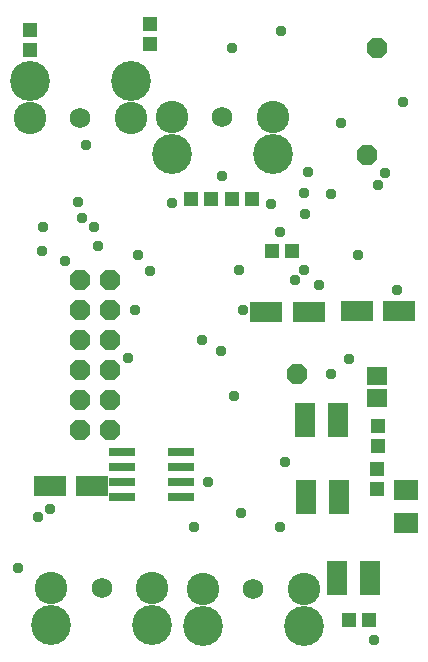
<source format=gbr>
G04 EAGLE Gerber RS-274X export*
G04 #@! %TF.Part,Single*
G04 #@! %TF.FileFunction,Soldermask,Top,1*
G04 #@! %TF.FilePolarity,Negative*
G04 #@! %TF.GenerationSoftware,Autodesk,EAGLE,9.1.0*
G04 #@! %TF.CreationDate,2018-07-26T08:16:40Z*
G75*
%MOMM*%
%FSLAX34Y34*%
%LPD*%
%AMOC8*
5,1,8,0,0,1.08239X$1,22.5*%
G01*
%ADD10R,2.171700X0.802300*%
%ADD11R,1.803200X2.903200*%
%ADD12R,1.703200X1.503200*%
%ADD13R,1.303200X1.203200*%
%ADD14R,1.203200X1.303200*%
%ADD15R,2.803200X1.803200*%
%ADD16R,2.003200X1.803200*%
%ADD17P,1.869504X8X202.500000*%
%ADD18P,1.869504X8X22.500000*%
%ADD19P,1.869504X8X112.500000*%
%ADD20C,1.727200*%
%ADD21C,2.743200*%
%ADD22C,3.378200*%
%ADD23C,0.959600*%


D10*
X105889Y294804D03*
X105889Y282104D03*
X105889Y269404D03*
X105889Y256704D03*
X155357Y256704D03*
X155357Y269404D03*
X155357Y282104D03*
X155357Y294804D03*
D11*
X288625Y321501D03*
X260625Y321501D03*
D12*
X321064Y340392D03*
X321064Y359392D03*
D13*
X314894Y152742D03*
X297894Y152742D03*
D11*
X288911Y256934D03*
X260911Y256934D03*
D14*
X128800Y657385D03*
X128800Y640385D03*
D15*
X304414Y414406D03*
X340414Y414406D03*
X44226Y265617D03*
X80226Y265617D03*
D14*
X321749Y263527D03*
X321749Y280527D03*
D15*
X263730Y413378D03*
X227730Y413378D03*
D13*
X232227Y464612D03*
X249227Y464612D03*
D16*
X345869Y262940D03*
X345869Y234940D03*
D14*
X322089Y300171D03*
X322089Y317171D03*
D11*
X315170Y188514D03*
X287170Y188514D03*
D17*
X253531Y361032D03*
D18*
X313223Y546662D03*
X320969Y636427D03*
D19*
X69519Y313352D03*
X69519Y338752D03*
X69519Y364152D03*
X69519Y389552D03*
X69519Y414952D03*
X69519Y440352D03*
X94919Y313352D03*
X94919Y338752D03*
X94919Y364152D03*
X94919Y389552D03*
X94919Y414952D03*
X94919Y440352D03*
D14*
X198600Y508792D03*
X215600Y508792D03*
X163585Y508848D03*
X180585Y508848D03*
D13*
X27273Y652480D03*
X27273Y635480D03*
D20*
X70262Y577677D03*
D21*
X112807Y577677D03*
X27717Y577677D03*
D22*
X112807Y609173D03*
X27717Y609173D03*
D20*
X88293Y179683D03*
D21*
X45748Y179683D03*
X130838Y179683D03*
D22*
X45748Y148187D03*
X130838Y148187D03*
D20*
X190433Y578705D03*
D21*
X147888Y578705D03*
X232978Y578705D03*
D22*
X147888Y547209D03*
X232978Y547209D03*
D20*
X216814Y178725D03*
D21*
X174269Y178725D03*
X259359Y178725D03*
D22*
X174269Y147229D03*
X259359Y147229D03*
D23*
X116722Y414751D03*
X208069Y414665D03*
X205872Y242838D03*
X260149Y496524D03*
X282164Y513067D03*
X198767Y637194D03*
X118619Y461698D03*
X297365Y373760D03*
X243676Y286033D03*
X34098Y240088D03*
X319071Y135672D03*
X337971Y432346D03*
X291183Y573259D03*
X190530Y528574D03*
X263110Y532237D03*
X147829Y505814D03*
X240487Y651549D03*
X239361Y481123D03*
X259424Y513741D03*
X75272Y555102D03*
X71971Y492699D03*
X282706Y360896D03*
X251551Y440356D03*
X177949Y269526D03*
X173055Y389783D03*
X200161Y341934D03*
X189318Y380213D03*
X110232Y374152D03*
X38340Y485439D03*
X81792Y485499D03*
X85336Y469187D03*
X37953Y464757D03*
X68648Y506215D03*
X17299Y196411D03*
X56891Y456674D03*
X129167Y448222D03*
X204413Y448518D03*
X239240Y231257D03*
X166458Y231249D03*
X44651Y246556D03*
X231551Y505135D03*
X259570Y448973D03*
X272144Y435948D03*
X343702Y591108D03*
X322475Y520818D03*
X305073Y461279D03*
X327980Y530969D03*
M02*

</source>
